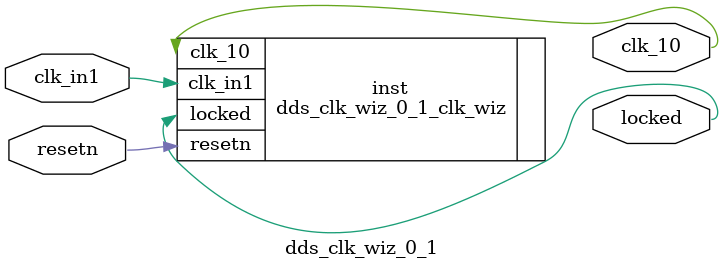
<source format=v>


`timescale 1ps/1ps

(* CORE_GENERATION_INFO = "dds_clk_wiz_0_1,clk_wiz_v6_0_1_0_0,{component_name=dds_clk_wiz_0_1,use_phase_alignment=true,use_min_o_jitter=false,use_max_i_jitter=false,use_dyn_phase_shift=false,use_inclk_switchover=false,use_dyn_reconfig=false,enable_axi=0,feedback_source=FDBK_AUTO,PRIMITIVE=PLL,num_out_clk=1,clkin1_period=10.000,clkin2_period=10.000,use_power_down=false,use_reset=true,use_locked=true,use_inclk_stopped=false,feedback_type=SINGLE,CLOCK_MGR_TYPE=NA,manual_override=false}" *)

module dds_clk_wiz_0_1 
 (
  // Clock out ports
  output        clk_10,
  // Status and control signals
  input         resetn,
  output        locked,
 // Clock in ports
  input         clk_in1
 );

  dds_clk_wiz_0_1_clk_wiz inst
  (
  // Clock out ports  
  .clk_10(clk_10),
  // Status and control signals               
  .resetn(resetn), 
  .locked(locked),
 // Clock in ports
  .clk_in1(clk_in1)
  );

endmodule

</source>
